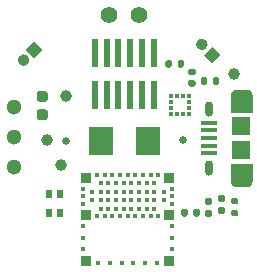
<source format=gts>
G04 #@! TF.GenerationSoftware,KiCad,Pcbnew,5.1.12-84ad8e8a86~92~ubuntu20.04.1*
G04 #@! TF.CreationDate,2022-02-16T15:18:21-08:00*
G04 #@! TF.ProjectId,Zooids,5a6f6f69-6473-42e6-9b69-6361645f7063,rev?*
G04 #@! TF.SameCoordinates,Original*
G04 #@! TF.FileFunction,Soldermask,Top*
G04 #@! TF.FilePolarity,Negative*
%FSLAX46Y46*%
G04 Gerber Fmt 4.6, Leading zero omitted, Abs format (unit mm)*
G04 Created by KiCad (PCBNEW 5.1.12-84ad8e8a86~92~ubuntu20.04.1) date 2022-02-16 15:18:21*
%MOMM*%
%LPD*%
G01*
G04 APERTURE LIST*
%ADD10C,0.000100*%
%ADD11O,1.550000X0.775000*%
%ADD12R,1.550000X1.500000*%
%ADD13O,0.650000X1.300000*%
%ADD14R,1.350000X0.400000*%
%ADD15R,0.350000X0.375000*%
%ADD16R,0.375000X0.350000*%
%ADD17C,0.650000*%
%ADD18R,0.560000X2.410000*%
%ADD19R,0.406400X0.406400*%
%ADD20R,0.812800X0.812800*%
%ADD21R,2.000000X2.400000*%
%ADD22R,0.500000X0.800000*%
%ADD23C,1.000000*%
%ADD24C,0.150000*%
%ADD25C,1.400000*%
%ADD26C,1.300000*%
G04 APERTURE END LIST*
D10*
G04 #@! TO.C,J1*
G36*
X164375000Y-93555000D02*
G01*
X164375000Y-94955000D01*
X162625000Y-94955000D01*
X162625000Y-93555000D01*
X162626000Y-93529000D01*
X162628000Y-93503000D01*
X162631000Y-93477000D01*
X162636000Y-93451000D01*
X162642000Y-93426000D01*
X162649000Y-93400000D01*
X162658000Y-93376000D01*
X162668000Y-93352000D01*
X162679000Y-93328000D01*
X162692000Y-93305000D01*
X162706000Y-93283000D01*
X162720000Y-93261000D01*
X162736000Y-93240000D01*
X162753000Y-93220000D01*
X162771000Y-93201000D01*
X162790000Y-93183000D01*
X162810000Y-93166000D01*
X162831000Y-93150000D01*
X162853000Y-93136000D01*
X162875000Y-93122000D01*
X162898000Y-93109000D01*
X162922000Y-93098000D01*
X162946000Y-93088000D01*
X162970000Y-93079000D01*
X162996000Y-93072000D01*
X163021000Y-93066000D01*
X163047000Y-93061000D01*
X163073000Y-93058000D01*
X163099000Y-93056000D01*
X163125000Y-93055000D01*
X163875000Y-93055000D01*
X163901000Y-93056000D01*
X163927000Y-93058000D01*
X163953000Y-93061000D01*
X163979000Y-93066000D01*
X164004000Y-93072000D01*
X164030000Y-93079000D01*
X164054000Y-93088000D01*
X164078000Y-93098000D01*
X164102000Y-93109000D01*
X164125000Y-93122000D01*
X164147000Y-93136000D01*
X164169000Y-93150000D01*
X164190000Y-93166000D01*
X164210000Y-93183000D01*
X164229000Y-93201000D01*
X164247000Y-93220000D01*
X164264000Y-93240000D01*
X164280000Y-93261000D01*
X164294000Y-93283000D01*
X164308000Y-93305000D01*
X164321000Y-93328000D01*
X164332000Y-93352000D01*
X164342000Y-93376000D01*
X164351000Y-93400000D01*
X164358000Y-93426000D01*
X164364000Y-93451000D01*
X164369000Y-93477000D01*
X164372000Y-93503000D01*
X164374000Y-93529000D01*
X164375000Y-93555000D01*
G37*
X164375000Y-93555000D02*
X164375000Y-94955000D01*
X162625000Y-94955000D01*
X162625000Y-93555000D01*
X162626000Y-93529000D01*
X162628000Y-93503000D01*
X162631000Y-93477000D01*
X162636000Y-93451000D01*
X162642000Y-93426000D01*
X162649000Y-93400000D01*
X162658000Y-93376000D01*
X162668000Y-93352000D01*
X162679000Y-93328000D01*
X162692000Y-93305000D01*
X162706000Y-93283000D01*
X162720000Y-93261000D01*
X162736000Y-93240000D01*
X162753000Y-93220000D01*
X162771000Y-93201000D01*
X162790000Y-93183000D01*
X162810000Y-93166000D01*
X162831000Y-93150000D01*
X162853000Y-93136000D01*
X162875000Y-93122000D01*
X162898000Y-93109000D01*
X162922000Y-93098000D01*
X162946000Y-93088000D01*
X162970000Y-93079000D01*
X162996000Y-93072000D01*
X163021000Y-93066000D01*
X163047000Y-93061000D01*
X163073000Y-93058000D01*
X163099000Y-93056000D01*
X163125000Y-93055000D01*
X163875000Y-93055000D01*
X163901000Y-93056000D01*
X163927000Y-93058000D01*
X163953000Y-93061000D01*
X163979000Y-93066000D01*
X164004000Y-93072000D01*
X164030000Y-93079000D01*
X164054000Y-93088000D01*
X164078000Y-93098000D01*
X164102000Y-93109000D01*
X164125000Y-93122000D01*
X164147000Y-93136000D01*
X164169000Y-93150000D01*
X164190000Y-93166000D01*
X164210000Y-93183000D01*
X164229000Y-93201000D01*
X164247000Y-93220000D01*
X164264000Y-93240000D01*
X164280000Y-93261000D01*
X164294000Y-93283000D01*
X164308000Y-93305000D01*
X164321000Y-93328000D01*
X164332000Y-93352000D01*
X164342000Y-93376000D01*
X164351000Y-93400000D01*
X164358000Y-93426000D01*
X164364000Y-93451000D01*
X164369000Y-93477000D01*
X164372000Y-93503000D01*
X164374000Y-93529000D01*
X164375000Y-93555000D01*
G36*
X162625000Y-100755000D02*
G01*
X162625000Y-99355000D01*
X164375000Y-99355000D01*
X164375000Y-100755000D01*
X164374000Y-100781000D01*
X164372000Y-100807000D01*
X164369000Y-100833000D01*
X164364000Y-100859000D01*
X164358000Y-100884000D01*
X164351000Y-100910000D01*
X164342000Y-100934000D01*
X164332000Y-100958000D01*
X164321000Y-100982000D01*
X164308000Y-101005000D01*
X164294000Y-101027000D01*
X164280000Y-101049000D01*
X164264000Y-101070000D01*
X164247000Y-101090000D01*
X164229000Y-101109000D01*
X164210000Y-101127000D01*
X164190000Y-101144000D01*
X164169000Y-101160000D01*
X164147000Y-101174000D01*
X164125000Y-101188000D01*
X164102000Y-101201000D01*
X164078000Y-101212000D01*
X164054000Y-101222000D01*
X164030000Y-101231000D01*
X164004000Y-101238000D01*
X163979000Y-101244000D01*
X163953000Y-101249000D01*
X163927000Y-101252000D01*
X163901000Y-101254000D01*
X163875000Y-101255000D01*
X163125000Y-101255000D01*
X163099000Y-101254000D01*
X163073000Y-101252000D01*
X163047000Y-101249000D01*
X163021000Y-101244000D01*
X162996000Y-101238000D01*
X162970000Y-101231000D01*
X162946000Y-101222000D01*
X162922000Y-101212000D01*
X162898000Y-101201000D01*
X162875000Y-101188000D01*
X162853000Y-101174000D01*
X162831000Y-101160000D01*
X162810000Y-101144000D01*
X162790000Y-101127000D01*
X162771000Y-101109000D01*
X162753000Y-101090000D01*
X162736000Y-101070000D01*
X162720000Y-101049000D01*
X162706000Y-101027000D01*
X162692000Y-101005000D01*
X162679000Y-100982000D01*
X162668000Y-100958000D01*
X162658000Y-100934000D01*
X162649000Y-100910000D01*
X162642000Y-100884000D01*
X162636000Y-100859000D01*
X162631000Y-100833000D01*
X162628000Y-100807000D01*
X162626000Y-100781000D01*
X162625000Y-100755000D01*
G37*
X162625000Y-100755000D02*
X162625000Y-99355000D01*
X164375000Y-99355000D01*
X164375000Y-100755000D01*
X164374000Y-100781000D01*
X164372000Y-100807000D01*
X164369000Y-100833000D01*
X164364000Y-100859000D01*
X164358000Y-100884000D01*
X164351000Y-100910000D01*
X164342000Y-100934000D01*
X164332000Y-100958000D01*
X164321000Y-100982000D01*
X164308000Y-101005000D01*
X164294000Y-101027000D01*
X164280000Y-101049000D01*
X164264000Y-101070000D01*
X164247000Y-101090000D01*
X164229000Y-101109000D01*
X164210000Y-101127000D01*
X164190000Y-101144000D01*
X164169000Y-101160000D01*
X164147000Y-101174000D01*
X164125000Y-101188000D01*
X164102000Y-101201000D01*
X164078000Y-101212000D01*
X164054000Y-101222000D01*
X164030000Y-101231000D01*
X164004000Y-101238000D01*
X163979000Y-101244000D01*
X163953000Y-101249000D01*
X163927000Y-101252000D01*
X163901000Y-101254000D01*
X163875000Y-101255000D01*
X163125000Y-101255000D01*
X163099000Y-101254000D01*
X163073000Y-101252000D01*
X163047000Y-101249000D01*
X163021000Y-101244000D01*
X162996000Y-101238000D01*
X162970000Y-101231000D01*
X162946000Y-101222000D01*
X162922000Y-101212000D01*
X162898000Y-101201000D01*
X162875000Y-101188000D01*
X162853000Y-101174000D01*
X162831000Y-101160000D01*
X162810000Y-101144000D01*
X162790000Y-101127000D01*
X162771000Y-101109000D01*
X162753000Y-101090000D01*
X162736000Y-101070000D01*
X162720000Y-101049000D01*
X162706000Y-101027000D01*
X162692000Y-101005000D01*
X162679000Y-100982000D01*
X162668000Y-100958000D01*
X162658000Y-100934000D01*
X162649000Y-100910000D01*
X162642000Y-100884000D01*
X162636000Y-100859000D01*
X162631000Y-100833000D01*
X162628000Y-100807000D01*
X162626000Y-100781000D01*
X162625000Y-100755000D01*
G04 #@! TD*
D11*
G04 #@! TO.C,J1*
X163500000Y-93655000D03*
D12*
X163500000Y-96155000D03*
X163500000Y-98155000D03*
D11*
X163500000Y-100655000D03*
D13*
X160800000Y-94655000D03*
X160800000Y-99655000D03*
D14*
X160800000Y-95855000D03*
X160800000Y-96505000D03*
X160800000Y-97155000D03*
X160800000Y-97805000D03*
X160800000Y-98455000D03*
G04 #@! TD*
D15*
G04 #@! TO.C,U7*
X158100000Y-93572500D03*
X158600000Y-93572500D03*
X158600000Y-95097500D03*
X158100000Y-95097500D03*
D16*
X159112500Y-93585000D03*
X157587500Y-93585000D03*
X159112500Y-95085000D03*
X157587500Y-95085000D03*
X159112500Y-94585000D03*
X159112500Y-94085000D03*
X157587500Y-94585000D03*
X157587500Y-94085000D03*
G04 #@! TD*
D17*
G04 #@! TO.C,MK1*
X158610000Y-97355000D03*
G04 #@! TD*
D18*
G04 #@! TO.C,J2*
X156100000Y-89925000D03*
X156100000Y-93485000D03*
X155100000Y-89925000D03*
X155100000Y-93485000D03*
X154100000Y-89925000D03*
X154100000Y-93485000D03*
X153100000Y-89925000D03*
X153100000Y-93485000D03*
X152100000Y-89925000D03*
X152100000Y-93485000D03*
X151100000Y-89925000D03*
X151100000Y-93485000D03*
G04 #@! TD*
D19*
G04 #@! TO.C,U8*
X156380000Y-107695000D03*
X155380000Y-107695000D03*
X151280000Y-103795000D03*
X151930001Y-103795000D03*
X152580000Y-103795000D03*
X153230001Y-103795000D03*
X153880000Y-103795000D03*
X154529999Y-103795000D03*
X155180000Y-103795000D03*
X156480000Y-103795000D03*
X155829999Y-103795000D03*
X156155000Y-103145000D03*
X155505000Y-103145000D03*
X154855000Y-103145000D03*
X154205000Y-103145000D03*
X153555000Y-103145000D03*
X151605000Y-103145000D03*
X152255000Y-103145000D03*
X152905000Y-103145000D03*
X156930000Y-101720000D03*
X156930000Y-102370000D03*
X150830000Y-102370000D03*
X150830000Y-101720000D03*
X156155000Y-102370000D03*
X155505000Y-102370000D03*
X154855000Y-102370000D03*
X154205000Y-102370000D03*
X153555000Y-102370000D03*
X152255000Y-102370000D03*
X151605000Y-102370000D03*
X152905000Y-102370000D03*
X156155000Y-101720000D03*
X155505000Y-101720000D03*
X154855000Y-101720000D03*
X154205000Y-101720000D03*
X153555000Y-101720000D03*
X152905000Y-101720000D03*
X152255000Y-101720000D03*
X151605000Y-101720000D03*
X152255000Y-100945000D03*
X152905000Y-100945000D03*
X156155000Y-100945000D03*
X155505000Y-100945000D03*
X154855000Y-100945000D03*
X154205000Y-100945000D03*
X151380000Y-107695000D03*
X151930001Y-100295000D03*
X152580000Y-100295000D03*
X153230001Y-100295000D03*
X153880000Y-100295000D03*
X154529999Y-100295000D03*
X155180000Y-100295000D03*
X155829999Y-100295000D03*
X156480000Y-100295000D03*
D20*
X157380000Y-100541500D03*
D19*
X157626500Y-101441500D03*
X157626500Y-102091501D03*
X157626500Y-102741500D03*
X153555000Y-100945000D03*
X151605000Y-100945000D03*
X150133500Y-106591500D03*
X150133500Y-105591500D03*
D20*
X157380000Y-107541500D03*
D19*
X153380000Y-107695000D03*
X154380000Y-107695000D03*
X152380000Y-107695000D03*
X151280000Y-100295000D03*
D20*
X150380000Y-107541500D03*
D19*
X157626490Y-106591500D03*
X150133500Y-104591500D03*
X157626490Y-104591500D03*
X157626490Y-105591500D03*
D20*
X157380001Y-103641500D03*
X150380000Y-100541500D03*
D19*
X150133500Y-102741500D03*
X150133500Y-102091501D03*
X150133500Y-101441500D03*
D20*
X150380000Y-103641500D03*
G04 #@! TD*
D21*
G04 #@! TO.C,SP1*
X151630000Y-97390000D03*
X155630000Y-97390000D03*
G04 #@! TD*
D22*
G04 #@! TO.C,U1*
X148130000Y-101910000D03*
X147230000Y-101910000D03*
X147230000Y-103510000D03*
X148130000Y-103510000D03*
G04 #@! TD*
D23*
G04 #@! TO.C,TP10*
X148670000Y-93585000D03*
G04 #@! TD*
G04 #@! TO.C,TP7*
X147080000Y-97335000D03*
G04 #@! TD*
G04 #@! TO.C,TP2*
X148260000Y-99455000D03*
G04 #@! TD*
G04 #@! TO.C,R11*
G36*
G01*
X159450000Y-103670000D02*
X159450000Y-103300000D01*
G75*
G02*
X159585000Y-103165000I135000J0D01*
G01*
X159855000Y-103165000D01*
G75*
G02*
X159990000Y-103300000I0J-135000D01*
G01*
X159990000Y-103670000D01*
G75*
G02*
X159855000Y-103805000I-135000J0D01*
G01*
X159585000Y-103805000D01*
G75*
G02*
X159450000Y-103670000I0J135000D01*
G01*
G37*
G36*
G01*
X158430000Y-103670000D02*
X158430000Y-103300000D01*
G75*
G02*
X158565000Y-103165000I135000J0D01*
G01*
X158835000Y-103165000D01*
G75*
G02*
X158970000Y-103300000I0J-135000D01*
G01*
X158970000Y-103670000D01*
G75*
G02*
X158835000Y-103805000I-135000J0D01*
G01*
X158565000Y-103805000D01*
G75*
G02*
X158430000Y-103670000I0J135000D01*
G01*
G37*
G04 #@! TD*
G04 #@! TO.C,R10*
G36*
G01*
X160555000Y-103264999D02*
X160925000Y-103264999D01*
G75*
G02*
X161060000Y-103399999I0J-135000D01*
G01*
X161060000Y-103669999D01*
G75*
G02*
X160925000Y-103804999I-135000J0D01*
G01*
X160555000Y-103804999D01*
G75*
G02*
X160420000Y-103669999I0J135000D01*
G01*
X160420000Y-103399999D01*
G75*
G02*
X160555000Y-103264999I135000J0D01*
G01*
G37*
G36*
G01*
X160555000Y-102244999D02*
X160925000Y-102244999D01*
G75*
G02*
X161060000Y-102379999I0J-135000D01*
G01*
X161060000Y-102649999D01*
G75*
G02*
X160925000Y-102784999I-135000J0D01*
G01*
X160555000Y-102784999D01*
G75*
G02*
X160420000Y-102649999I0J135000D01*
G01*
X160420000Y-102379999D01*
G75*
G02*
X160555000Y-102244999I135000J0D01*
G01*
G37*
G04 #@! TD*
G04 #@! TO.C,R9*
G36*
G01*
X163135000Y-102765000D02*
X162765000Y-102765000D01*
G75*
G02*
X162630000Y-102630000I0J135000D01*
G01*
X162630000Y-102360000D01*
G75*
G02*
X162765000Y-102225000I135000J0D01*
G01*
X163135000Y-102225000D01*
G75*
G02*
X163270000Y-102360000I0J-135000D01*
G01*
X163270000Y-102630000D01*
G75*
G02*
X163135000Y-102765000I-135000J0D01*
G01*
G37*
G36*
G01*
X163135000Y-103785000D02*
X162765000Y-103785000D01*
G75*
G02*
X162630000Y-103650000I0J135000D01*
G01*
X162630000Y-103380000D01*
G75*
G02*
X162765000Y-103245000I135000J0D01*
G01*
X163135000Y-103245000D01*
G75*
G02*
X163270000Y-103380000I0J-135000D01*
G01*
X163270000Y-103650000D01*
G75*
G02*
X163135000Y-103785000I-135000J0D01*
G01*
G37*
G04 #@! TD*
G04 #@! TO.C,R6*
G36*
G01*
X161665000Y-103025000D02*
X162035000Y-103025000D01*
G75*
G02*
X162170000Y-103160000I0J-135000D01*
G01*
X162170000Y-103430000D01*
G75*
G02*
X162035000Y-103565000I-135000J0D01*
G01*
X161665000Y-103565000D01*
G75*
G02*
X161530000Y-103430000I0J135000D01*
G01*
X161530000Y-103160000D01*
G75*
G02*
X161665000Y-103025000I135000J0D01*
G01*
G37*
G36*
G01*
X161665000Y-102005000D02*
X162035000Y-102005000D01*
G75*
G02*
X162170000Y-102140000I0J-135000D01*
G01*
X162170000Y-102410000D01*
G75*
G02*
X162035000Y-102545000I-135000J0D01*
G01*
X161665000Y-102545000D01*
G75*
G02*
X161530000Y-102410000I0J135000D01*
G01*
X161530000Y-102140000D01*
G75*
G02*
X161665000Y-102005000I135000J0D01*
G01*
G37*
G04 #@! TD*
G04 #@! TO.C,TP6*
X162890000Y-91725000D03*
G04 #@! TD*
G04 #@! TO.C,C14*
G36*
G01*
X159500000Y-91835000D02*
X159160000Y-91835000D01*
G75*
G02*
X159020000Y-91695000I0J140000D01*
G01*
X159020000Y-91415000D01*
G75*
G02*
X159160000Y-91275000I140000J0D01*
G01*
X159500000Y-91275000D01*
G75*
G02*
X159640000Y-91415000I0J-140000D01*
G01*
X159640000Y-91695000D01*
G75*
G02*
X159500000Y-91835000I-140000J0D01*
G01*
G37*
G36*
G01*
X159500000Y-92795000D02*
X159160000Y-92795000D01*
G75*
G02*
X159020000Y-92655000I0J140000D01*
G01*
X159020000Y-92375000D01*
G75*
G02*
X159160000Y-92235000I140000J0D01*
G01*
X159500000Y-92235000D01*
G75*
G02*
X159640000Y-92375000I0J-140000D01*
G01*
X159640000Y-92655000D01*
G75*
G02*
X159500000Y-92795000I-140000J0D01*
G01*
G37*
G04 #@! TD*
D17*
G04 #@! TO.C,MK2*
X148645500Y-97365000D03*
G04 #@! TD*
G04 #@! TO.C,R7*
G36*
G01*
X161639999Y-92120000D02*
X161639999Y-92490000D01*
G75*
G02*
X161504999Y-92625000I-135000J0D01*
G01*
X161234999Y-92625000D01*
G75*
G02*
X161099999Y-92490000I0J135000D01*
G01*
X161099999Y-92120000D01*
G75*
G02*
X161234999Y-91985000I135000J0D01*
G01*
X161504999Y-91985000D01*
G75*
G02*
X161639999Y-92120000I0J-135000D01*
G01*
G37*
G36*
G01*
X160619999Y-92120000D02*
X160619999Y-92490000D01*
G75*
G02*
X160484999Y-92625000I-135000J0D01*
G01*
X160214999Y-92625000D01*
G75*
G02*
X160079999Y-92490000I0J135000D01*
G01*
X160079999Y-92120000D01*
G75*
G02*
X160214999Y-91985000I135000J0D01*
G01*
X160484999Y-91985000D01*
G75*
G02*
X160619999Y-92120000I0J-135000D01*
G01*
G37*
G04 #@! TD*
G04 #@! TO.C,R5*
G36*
G01*
X158650000Y-90680000D02*
X158650000Y-91050000D01*
G75*
G02*
X158515000Y-91185000I-135000J0D01*
G01*
X158245000Y-91185000D01*
G75*
G02*
X158110000Y-91050000I0J135000D01*
G01*
X158110000Y-90680000D01*
G75*
G02*
X158245000Y-90545000I135000J0D01*
G01*
X158515000Y-90545000D01*
G75*
G02*
X158650000Y-90680000I0J-135000D01*
G01*
G37*
G36*
G01*
X157630000Y-90680000D02*
X157630000Y-91050000D01*
G75*
G02*
X157495000Y-91185000I-135000J0D01*
G01*
X157225000Y-91185000D01*
G75*
G02*
X157090000Y-91050000I0J135000D01*
G01*
X157090000Y-90680000D01*
G75*
G02*
X157225000Y-90545000I135000J0D01*
G01*
X157495000Y-90545000D01*
G75*
G02*
X157630000Y-90680000I0J-135000D01*
G01*
G37*
G04 #@! TD*
D24*
G04 #@! TO.C,P3*
G36*
X161070000Y-89417893D02*
G01*
X161777107Y-90125000D01*
X161070000Y-90832107D01*
X160362893Y-90125000D01*
X161070000Y-89417893D01*
G37*
G36*
G01*
X160525527Y-88873421D02*
X160525527Y-88873421D01*
G75*
G02*
X160525527Y-89580527I-353553J-353553D01*
G01*
X160525527Y-89580527D01*
G75*
G02*
X159818421Y-89580527I-353553J353553D01*
G01*
X159818421Y-89580527D01*
G75*
G02*
X159818421Y-88873421I353553J353553D01*
G01*
X159818421Y-88873421D01*
G75*
G02*
X160525527Y-88873421I353553J-353553D01*
G01*
G37*
G04 #@! TD*
G04 #@! TO.C,P4*
G36*
G01*
X144728421Y-90204473D02*
X144728421Y-90204473D01*
G75*
G02*
X145435527Y-90204473I353553J-353553D01*
G01*
X145435527Y-90204473D01*
G75*
G02*
X145435527Y-90911579I-353553J-353553D01*
G01*
X145435527Y-90911579D01*
G75*
G02*
X144728421Y-90911579I-353553J353553D01*
G01*
X144728421Y-90911579D01*
G75*
G02*
X144728421Y-90204473I353553J353553D01*
G01*
G37*
G36*
X145272893Y-89660000D02*
G01*
X145980000Y-88952893D01*
X146687107Y-89660000D01*
X145980000Y-90367107D01*
X145272893Y-89660000D01*
G37*
G04 #@! TD*
D25*
G04 #@! TO.C,P2*
X152320000Y-86725000D03*
X154860000Y-86725000D03*
G04 #@! TD*
D26*
G04 #@! TO.C,S1*
X144250000Y-94530000D03*
X144250000Y-99610000D03*
X144250000Y-97070000D03*
G04 #@! TD*
G04 #@! TO.C,C5*
G36*
G01*
X146910000Y-94085000D02*
X146410000Y-94085000D01*
G75*
G02*
X146185000Y-93860000I0J225000D01*
G01*
X146185000Y-93410000D01*
G75*
G02*
X146410000Y-93185000I225000J0D01*
G01*
X146910000Y-93185000D01*
G75*
G02*
X147135000Y-93410000I0J-225000D01*
G01*
X147135000Y-93860000D01*
G75*
G02*
X146910000Y-94085000I-225000J0D01*
G01*
G37*
G36*
G01*
X146910000Y-95635000D02*
X146410000Y-95635000D01*
G75*
G02*
X146185000Y-95410000I0J225000D01*
G01*
X146185000Y-94960000D01*
G75*
G02*
X146410000Y-94735000I225000J0D01*
G01*
X146910000Y-94735000D01*
G75*
G02*
X147135000Y-94960000I0J-225000D01*
G01*
X147135000Y-95410000D01*
G75*
G02*
X146910000Y-95635000I-225000J0D01*
G01*
G37*
G04 #@! TD*
M02*

</source>
